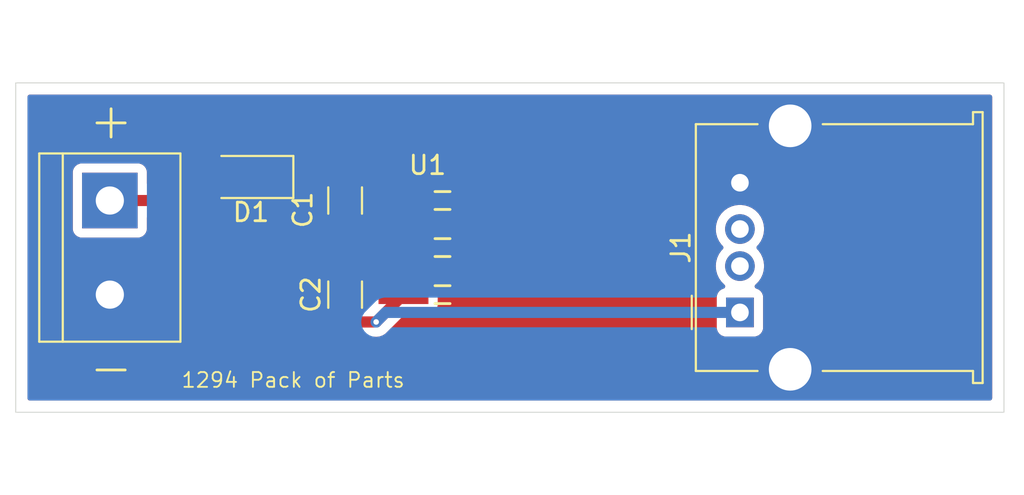
<source format=kicad_pcb>
(kicad_pcb (version 20240108) (generator "pcbnew") (generator_version "8.0")
  (layers (0 "F.Cu" signal) (31 "B.Cu" signal) (34 "B.Paste" user) (35 "F.Paste" user) (36 "B.SilkS" user "B.Silkscreen") (37 "F.SilkS" user "F.Silkscreen") (38 "B.Mask" user) (39 "F.Mask" user) (44 "Edge.Cuts" user))
  (net 0 "")
  (net 1 "GND")
  (net 2 "Net-(D1-K)")
  (net 3 "VCC")
  (net 6 "Net-(J1-VBUS)")
  (footprint "Connector_USB:USB_A_Molex_67643_Horizontal" (layer "F.Cu") (at 157.2 101.29 90)
    (property "Reference" "J1" (at 3.5 -3.19 -90) (layer "F.SilkS"))
    (property "Value" "USB_A")
    (fp_line (start -0.9 -2.6) (end 0.9 -2.6) (stroke (width 0.12)) (layer "F.SilkS"))
    (fp_line (start 10.16 -2.38) (end 10.16 0.95) (stroke (width 0.12)) (layer "F.SilkS"))
    (fp_line (start -3.16 -2.38) (end 10.16 -2.38) (stroke (width 0.12)) (layer "F.SilkS"))
    (fp_line (start -3.16 -2.38) (end -3.16 0.95) (stroke (width 0.12)) (layer "F.SilkS"))
    (fp_line (start 10.16 4.47) (end 10.16 12.58) (stroke (width 0.12)) (layer "F.SilkS"))
    (fp_line (start 10.81 12.58) (end 10.16 12.58) (stroke (width 0.12)) (layer "F.SilkS"))
    (fp_line (start -3.16 12.58) (end -3.16 4.47) (stroke (width 0.12)) (layer "F.SilkS"))
    (fp_line (start -3.16 12.58) (end -3.81 12.58) (stroke (width 0.12)) (layer "F.SilkS"))
    (fp_line (start -3.81 12.58) (end -3.81 13.1) (stroke (width 0.12)) (layer "F.SilkS"))
    (fp_line (start 10.81 13.1) (end 10.81 12.58) (stroke (width 0.12)) (layer "F.SilkS"))
    (fp_line (start -3.81 13.1) (end 10.81 13.1) (stroke (width 0.12)) (layer "F.SilkS"))
    (pad "1" thru_hole rect (at 0 0 90) (size 1.6 1.5) (drill 0.95) (layers "*.Cu" "*.Mask") (net 6 "Net-(J1-VBUS)"))
    (pad "2" thru_hole circle (at 2.5 0 90) (size 1.6 1.6) (drill 0.95) (layers "*.Cu" "*.Mask"))
    (pad "3" thru_hole circle (at 4.5 0 90) (size 1.6 1.6) (drill 0.95) (layers "*.Cu" "*.Mask"))
    (pad "4" thru_hole circle (at 7 0 90) (size 1.6 1.6) (drill 0.95) (layers "*.Cu" "*.Mask") (net 1 "GND"))
    (pad "5" thru_hole circle (at -3.07 2.71 90) (size 3 3) (drill 2.3) (layers "*.Cu" "*.Mask") (net 1 "GND"))
    (pad "5" thru_hole circle (at 10.07 2.71 90) (size 3 3) (drill 2.3) (layers "*.Cu" "*.Mask") (net 1 "GND"))
  )
  (footprint "Library:TS3B_TEX" (layer "F.Cu") (at 147.32 97.79 -90)
    (property "Reference" "U1" (at -4.445 6.985 0) (layer "F.SilkS"))
    (property "Value" "LM340S-5.0/NOPB" (hide yes))
    (fp_line (start -3.0226 5.76834) (end -3.0226 6.5786) (stroke (width 0.1524)) (layer "F.SilkS"))
    (fp_line (start -2.0574 5.76834) (end -2.0574 6.5786) (stroke (width 0.1524)) (layer "F.SilkS"))
    (fp_line (start -0.4826 5.76834) (end -0.4826 6.5786) (stroke (width 0.1524)) (layer "F.SilkS"))
    (fp_line (start 0.4826 5.76834) (end 0.4826 6.5786) (stroke (width 0.1524)) (layer "F.SilkS"))
    (fp_line (start 2.0574 5.76834) (end 2.0574 6.5786) (stroke (width 0.1524)) (layer "F.SilkS"))
    (fp_line (start 3.0226 5.76834) (end 3.0226 6.5786) (stroke (width 0.1524)) (layer "F.SilkS"))
    (pad "1" smd rect (at -2.54 8.2804 270) (size 1.016 2.6924) (layers "F.Cu" "F.Paste" "F.Mask") (net 2 "Net-(D1-K)"))
    (pad "2" smd rect (at 0 8.2804 270) (size 1.016 2.6924) (layers "F.Cu" "F.Paste" "F.Mask") (net 1 "GND"))
    (pad "3" smd rect (at 2.54 8.2804 270) (size 1.016 2.6924) (layers "F.Cu" "F.Paste" "F.Mask") (net 6 "Net-(J1-VBUS)"))
    (pad "4" smd rect (at 0 0 270) (size 10.4648 10.8712) (layers "F.Cu" "F.Paste" "F.Mask") (net 1 "GND"))
  )
  (footprint "Capacitor_SMD:C_1206_3216Metric" (layer "F.Cu") (at 135.89 100.33 90)
    (property "Reference" "C2" (at 0 -1.85 -90) (layer "F.SilkS"))
    (property "Value" "0.1 uF")
    (fp_line (start -0.711252 -0.91) (end 0.711252 -0.91) (stroke (width 0.12)) (layer "F.SilkS"))
    (fp_line (start -0.711252 0.91) (end 0.711252 0.91) (stroke (width 0.12)) (layer "F.SilkS"))
    (pad "1" smd roundrect (at -1.475 0 90) (size 1.15 1.8) (layers "F.Cu" "F.Paste" "F.Mask") (roundrect_rratio 0.217391) (net 6 "Net-(J1-VBUS)"))
    (pad "2" smd roundrect (at 1.475 0 90) (size 1.15 1.8) (layers "F.Cu" "F.Paste" "F.Mask") (roundrect_rratio 0.217391) (net 1 "GND"))
  )
  (footprint "Diode_SMD:D_1206_3216Metric" (layer "F.Cu") (at 130.81 93.98 180)
    (property "Reference" "D1" (at 0 -1.905 180) (layer "F.SilkS"))
    (property "Value" "40v 2A")
    (fp_line (start 1.6 -1.135) (end -2.285 -1.135) (stroke (width 0.12)) (layer "F.SilkS"))
    (fp_line (start -2.285 1.135) (end 1.6 1.135) (stroke (width 0.12)) (layer "F.SilkS"))
    (fp_line (start -2.285 -1.135) (end -2.285 1.135) (stroke (width 0.12)) (layer "F.SilkS"))
    (pad "1" smd roundrect (at -1.4 0 180) (size 1.25 1.75) (layers "F.Cu" "F.Paste" "F.Mask") (roundrect_rratio 0.2) (net 2 "Net-(D1-K)"))
    (pad "2" smd roundrect (at 1.4 0 180) (size 1.25 1.75) (layers "F.Cu" "F.Paste" "F.Mask") (roundrect_rratio 0.2) (net 3 "VCC"))
  )
  (footprint "TerminalBlock:TerminalBlock_bornier-2_P5.08mm" (layer "F.Cu") (at 123.19 95.25 -90)
    (property "Reference" "REF**" (hide yes))
    (property "Value" "TerminalBlock_bornier-2_P5.08mm")
    (fp_line (start -2.54 3.81) (end 7.62 3.81) (stroke (width 0.12)) (layer "F.SilkS"))
    (fp_line (start 7.62 3.81) (end 7.62 -3.81) (stroke (width 0.12)) (layer "F.SilkS"))
    (fp_line (start 7.62 2.54) (end -2.54 2.54) (stroke (width 0.12)) (layer "F.SilkS"))
    (fp_line (start -2.54 -3.81) (end -2.54 3.81) (stroke (width 0.12)) (layer "F.SilkS"))
    (fp_line (start 7.62 -3.81) (end -2.54 -3.81) (stroke (width 0.12)) (layer "F.SilkS"))
    (pad "1" thru_hole rect (at 0 0 270) (size 3 3) (drill 1.52) (layers "*.Cu" "*.Mask") (net 3 "VCC"))
    (pad "2" thru_hole circle (at 5.08 0 270) (size 3 3) (drill 1.52) (layers "*.Cu" "*.Mask") (net 1 "GND"))
  )
  (footprint "Capacitor_SMD:C_1206_3216Metric" (layer "F.Cu") (at 135.89 95.25 -90)
    (property "Reference" "C1" (at 0.508 2.286 -90) (layer "F.SilkS"))
    (property "Value" "0.22 uF")
    (fp_line (start -0.711252 0.91) (end 0.711252 0.91) (stroke (width 0.12)) (layer "F.SilkS"))
    (fp_line (start -0.711252 -0.91) (end 0.711252 -0.91) (stroke (width 0.12)) (layer "F.SilkS"))
    (pad "1" smd roundrect (at -1.475 0 270) (size 1.15 1.8) (layers "F.Cu" "F.Paste" "F.Mask") (roundrect_rratio 0.217391) (net 2 "Net-(D1-K)"))
    (pad "2" smd roundrect (at 1.475 0 270) (size 1.15 1.8) (layers "F.Cu" "F.Paste" "F.Mask") (roundrect_rratio 0.217391) (net 1 "GND"))
  )
  (gr_rect (start 118.11 88.9) (end 171.45 106.68) (stroke (width 0.05)) (fill none) (layer "Edge.Cuts"))
  (gr_text "-" (at 121.92 105.41 0) (layer "F.SilkS") (effects (font (size 2 2)) (justify left bottom)))
  (gr_text "1294 Pack of Parts" (at 127 105.41 0) (layer "F.SilkS") (effects (font (size 0.8 0.8) (thickness 0.1)) (justify left bottom)))
  (gr_text "+" (at 121.92 92.075 0) (layer "F.SilkS") (effects (font (size 2 2)) (justify left bottom)))
  (segment (start 135.89 93.775) (end 132.415 93.775) (width 0.6) (layer "F.Cu") (net 2))
  (segment (start 137.5646 93.775) (end 139.0396 95.25) (width 0.6) (layer "F.Cu") (net 2))
  (segment (start 135.89 93.775) (end 137.5646 93.775) (width 0.6) (layer "F.Cu") (net 2))
  (segment (start 132.415 93.775) (end 132.21 93.98) (width 0.6) (layer "F.Cu") (net 2))
  (segment (start 123.19 95.25) (end 128.14 95.25) (width 0.6) (layer "F.Cu") (net 3))
  (segment (start 128.14 95.25) (end 129.41 93.98) (width 0.6) (layer "F.Cu") (net 3))
  (segment (start 135.89 101.805) (end 137.5646 101.805) (width 0.6) (layer "F.Cu") (net 6))
  (segment (start 137.5646 101.805) (end 139.0396 100.33) (width 0.6) (layer "F.Cu") (net 6))
  (via (at 137.5646 101.805) (size 0.6) (drill 0.3) (layers "F.Cu" "B.Cu") (net 6))
  (segment (start 138.0796 101.29) (end 157.2 101.29) (width 0.6) (layer "B.Cu") (net 6))
  (segment (start 137.5646 101.805) (end 138.0796 101.29) (width 0.6) (layer "B.Cu") (net 6))
  (zone (net 1) (net_name "GND") (layer "F.Cu") (priority 1) (connect_pads yes (clearance 0.5)) (min_thickness 0.25) (fill yes (thermal_gap 0.5) (thermal_bridge_width 0.5))
    (polygon (pts (xy 170.815 89.535) (xy 170.815 106.045) (xy 118.745 106.045) (xy 118.745 89.535)))
  )
  (zone (net 1) (net_name "GND") (layer "B.Cu") (connect_pads yes (clearance 0.5)) (min_thickness 0.25) (fill yes (thermal_gap 0.5) (thermal_bridge_width 0.5))
    (polygon (pts (xy 170.815 89.535) (xy 170.815 106.045) (xy 118.745 106.045) (xy 118.745 89.535)))
  )
)
</source>
